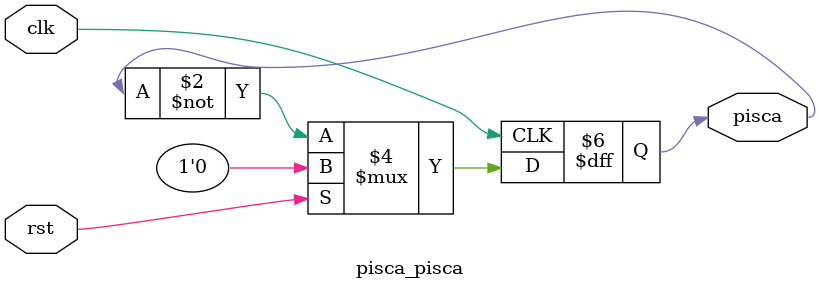
<source format=sv>
module pisca_pisca(
  input logic clk,
  input logic rst,
  output logic pisca
);
  
  always_ff @(posedge clk) begin
    
    if(rst) begin
      pisca <= 0;
    end
    
    else begin
      pisca <= ~pisca;
    end
    
  end
  
endmodule

</source>
